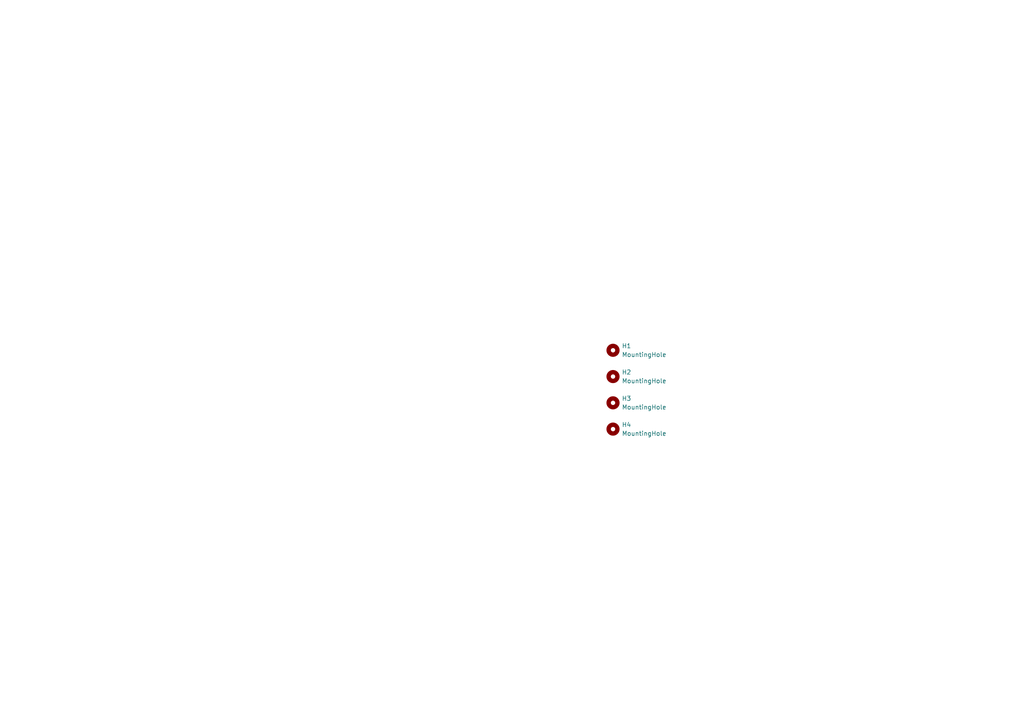
<source format=kicad_sch>
(kicad_sch (version 20231120) (generator "eeschema") (generator_version "8.0")
  (paper "A4")
  (title_block (title "${article} v${version}"))
  (lib_symbols
    (symbol "Mechanical:MountingHole" (pin_names (offset 1.016)) (exclude_from_sim yes) (in_bom no)
      (property "Reference" "H" (at 0 5.08 0))
      (property "Value" "MountingHole" (at 0 3.175 0))
      (symbol "MountingHole_0_1"
        (circle (center 0 0) (radius 1.27) (stroke (width 1.27)))
      )
    )
  )
  (symbol (lib_id "Mechanical:MountingHole") (at 177.8 116.84 0) (unit 1) (exclude_from_sim yes) (in_bom no)
    (property "Reference" "H3" (at 180.34 115.5699 0) (effects (justify left)))
    (property "Value" "MountingHole" (at 180.34 118.1099 0) (effects (justify left)))
    (property "Footprint" "MountingHole:MountingHole_2.2mm_M2" (effects (hide yes)))
    (property "Description" "Mounting Hole without connection" (effects (hide yes)))
  )
  (symbol (lib_id "Mechanical:MountingHole") (at 177.8 124.46 0) (unit 1) (exclude_from_sim yes) (in_bom no)
    (property "Reference" "H4" (at 180.34 123.1899 0) (effects (justify left)))
    (property "Value" "MountingHole" (at 180.34 125.7299 0) (effects (justify left)))
    (property "Footprint" "MountingHole:MountingHole_2.2mm_M2" (effects (hide yes)))
    (property "Description" "Mounting Hole without connection" (effects (hide yes)))
  )
  (symbol (lib_id "Mechanical:MountingHole") (at 177.8 101.6 0) (unit 1) (exclude_from_sim yes) (in_bom no)
    (property "Reference" "H1" (at 180.34 100.3299 0) (effects (justify left)))
    (property "Value" "MountingHole" (at 180.34 102.8699 0) (effects (justify left)))
    (property "Footprint" "MountingHole:MountingHole_2.2mm_M2" (effects (hide yes)))
    (property "Description" "Mounting Hole without connection" (effects (hide yes)))
  )
  (symbol (lib_id "Mechanical:MountingHole") (at 177.8 109.22 0) (unit 1) (exclude_from_sim yes) (in_bom no)
    (property "Reference" "H2" (at 180.34 107.9499 0) (effects (justify left)))
    (property "Value" "MountingHole" (at 180.34 110.4899 0) (effects (justify left)))
    (property "Footprint" "MountingHole:MountingHole_2.2mm_M2" (effects (hide yes)))
    (property "Description" "Mounting Hole without connection" (effects (hide yes)))
  )
)
</source>
